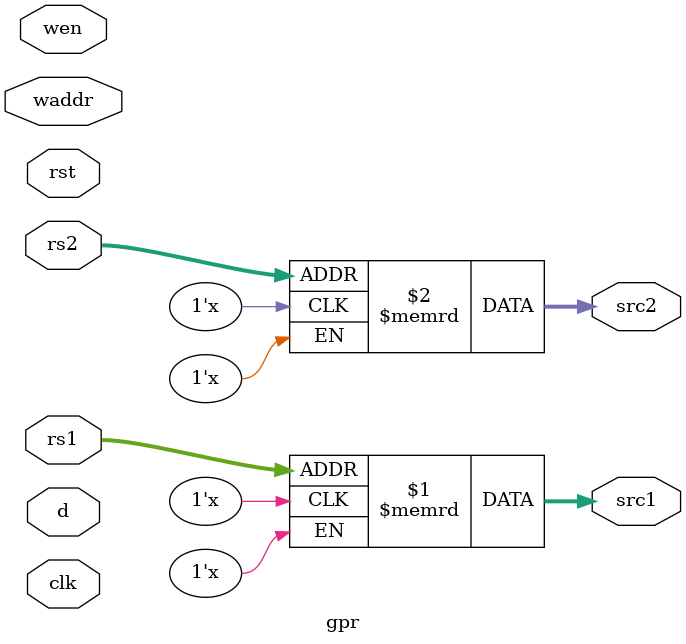
<source format=v>
module gpr (
  input clk,
  input rst,
  input [31:0] d,
  input [4:0] rs1,
  input [4:0] rs2,
  output [31:0] src1,
  output [31:0] src2,
  input [4:0] waddr,
  input wen
);

  reg [31:0] regs [31:0];


  //实例化寄存器
  generate
    genvar i;
    for (i = 0; i < 32; i = i+1) begin : GPR32
      Reg #(32, 32'b0) reg_inst (clk, rst, d, regs[i], (wen & waddr == 1));
    end
  endgenerate

  assign src1 = regs[rs1];
  assign src2 = regs[rs2];
endmodule

</source>
